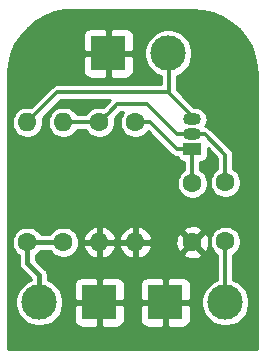
<source format=gbr>
G04 #@! TF.GenerationSoftware,KiCad,Pcbnew,(5.1.5)-3*
G04 #@! TF.CreationDate,2020-04-29T10:24:11+03:00*
G04 #@! TF.ProjectId,Single_transistor_AMP,53696e67-6c65-45f7-9472-616e73697374,V1.1*
G04 #@! TF.SameCoordinates,Original*
G04 #@! TF.FileFunction,Copper,L1,Top*
G04 #@! TF.FilePolarity,Positive*
%FSLAX46Y46*%
G04 Gerber Fmt 4.6, Leading zero omitted, Abs format (unit mm)*
G04 Created by KiCad (PCBNEW (5.1.5)-3) date 2020-04-29 10:24:11*
%MOMM*%
%LPD*%
G04 APERTURE LIST*
%ADD10C,1.600000*%
%ADD11R,3.000000X3.000000*%
%ADD12C,3.000000*%
%ADD13O,1.500000X1.050000*%
%ADD14R,1.500000X1.050000*%
%ADD15O,1.600000X1.600000*%
%ADD16C,0.300000*%
%ADD17C,0.400000*%
%ADD18C,0.254000*%
G04 APERTURE END LIST*
D10*
X159512000Y-114554000D03*
X159512000Y-119554000D03*
X156718000Y-119634000D03*
X156718000Y-114634000D03*
D11*
X148844000Y-124714000D03*
D12*
X143764000Y-124714000D03*
X154686000Y-103632000D03*
D11*
X149606000Y-103632000D03*
X154432000Y-124714000D03*
D12*
X159512000Y-124714000D03*
D13*
X156718000Y-110490000D03*
X156718000Y-109220000D03*
D14*
X156718000Y-111760000D03*
D10*
X142748000Y-119634000D03*
D15*
X142748000Y-109474000D03*
D10*
X145796000Y-119634000D03*
D15*
X145796000Y-109474000D03*
X148844000Y-119634000D03*
D10*
X148844000Y-109474000D03*
D15*
X151892000Y-119634000D03*
D10*
X151892000Y-109474000D03*
D16*
X159512000Y-112234000D02*
X159512000Y-113422630D01*
X156718000Y-110490000D02*
X157768000Y-110490000D01*
X157768000Y-110490000D02*
X159512000Y-112234000D01*
X159512000Y-113422630D02*
X159512000Y-114554000D01*
X145796000Y-109474000D02*
X148844000Y-109474000D01*
X149643999Y-108674001D02*
X150368000Y-107950000D01*
X148844000Y-109474000D02*
X149643999Y-108674001D01*
X152654000Y-107950000D02*
X150368000Y-107950000D01*
X155448000Y-110490000D02*
X152908000Y-107950000D01*
X156718000Y-110490000D02*
X155448000Y-110490000D01*
X152908000Y-107950000D02*
X152654000Y-107950000D01*
X159512000Y-124714000D02*
X159512000Y-119507000D01*
X156718000Y-111760000D02*
X156718000Y-114808000D01*
X155448000Y-111760000D02*
X153162000Y-109474000D01*
X156718000Y-111760000D02*
X155448000Y-111760000D01*
X151892000Y-109474000D02*
X153162000Y-109474000D01*
D17*
X143764000Y-124766000D02*
X143764000Y-124714000D01*
X142748000Y-119634000D02*
X145796000Y-119634000D01*
X143764000Y-124714000D02*
X143764000Y-122592680D01*
X143764000Y-122592680D02*
X143764000Y-122428000D01*
X143764000Y-122428000D02*
X142748000Y-121412000D01*
X142748000Y-121412000D02*
X142748000Y-119634000D01*
D16*
X142748000Y-109474000D02*
X145288000Y-106934000D01*
X154698000Y-106922000D02*
X154686000Y-106934000D01*
X154698000Y-103766000D02*
X154698000Y-106922000D01*
X145288000Y-106934000D02*
X154686000Y-106934000D01*
X154686000Y-106934000D02*
X155448000Y-107696000D01*
X155448000Y-107696000D02*
X155956000Y-108204000D01*
X155956000Y-108204000D02*
X156464000Y-108712000D01*
X156464000Y-108712000D02*
X156718000Y-108966000D01*
D18*
G36*
X157592065Y-100013351D02*
G01*
X158443642Y-100222519D01*
X159250828Y-100565149D01*
X159992848Y-101032424D01*
X160650611Y-101612321D01*
X161207204Y-102289927D01*
X161648293Y-103047794D01*
X161962544Y-103866446D01*
X162142990Y-104730193D01*
X162187001Y-105429724D01*
X162187000Y-128659000D01*
X141089000Y-128659000D01*
X141089000Y-119503302D01*
X141421000Y-119503302D01*
X141421000Y-119764698D01*
X141471996Y-120021072D01*
X141572028Y-120262570D01*
X141717252Y-120479913D01*
X141902087Y-120664748D01*
X142021000Y-120744203D01*
X142021000Y-121376292D01*
X142017483Y-121412000D01*
X142021000Y-121447707D01*
X142031520Y-121554516D01*
X142073090Y-121691556D01*
X142140597Y-121817852D01*
X142231446Y-121928553D01*
X142259189Y-121951321D01*
X143037001Y-122729134D01*
X143037001Y-122821124D01*
X142803855Y-122917696D01*
X142471863Y-123139526D01*
X142189526Y-123421863D01*
X141967696Y-123753855D01*
X141814896Y-124122746D01*
X141737000Y-124514358D01*
X141737000Y-124913642D01*
X141814896Y-125305254D01*
X141967696Y-125674145D01*
X142189526Y-126006137D01*
X142471863Y-126288474D01*
X142803855Y-126510304D01*
X143172746Y-126663104D01*
X143564358Y-126741000D01*
X143963642Y-126741000D01*
X144355254Y-126663104D01*
X144724145Y-126510304D01*
X145056137Y-126288474D01*
X145130611Y-126214000D01*
X146705928Y-126214000D01*
X146718188Y-126338482D01*
X146754498Y-126458180D01*
X146813463Y-126568494D01*
X146892815Y-126665185D01*
X146989506Y-126744537D01*
X147099820Y-126803502D01*
X147219518Y-126839812D01*
X147344000Y-126852072D01*
X148558250Y-126849000D01*
X148717000Y-126690250D01*
X148717000Y-124841000D01*
X148971000Y-124841000D01*
X148971000Y-126690250D01*
X149129750Y-126849000D01*
X150344000Y-126852072D01*
X150468482Y-126839812D01*
X150588180Y-126803502D01*
X150698494Y-126744537D01*
X150795185Y-126665185D01*
X150874537Y-126568494D01*
X150933502Y-126458180D01*
X150969812Y-126338482D01*
X150982072Y-126214000D01*
X152293928Y-126214000D01*
X152306188Y-126338482D01*
X152342498Y-126458180D01*
X152401463Y-126568494D01*
X152480815Y-126665185D01*
X152577506Y-126744537D01*
X152687820Y-126803502D01*
X152807518Y-126839812D01*
X152932000Y-126852072D01*
X154146250Y-126849000D01*
X154305000Y-126690250D01*
X154305000Y-124841000D01*
X154559000Y-124841000D01*
X154559000Y-126690250D01*
X154717750Y-126849000D01*
X155932000Y-126852072D01*
X156056482Y-126839812D01*
X156176180Y-126803502D01*
X156286494Y-126744537D01*
X156383185Y-126665185D01*
X156462537Y-126568494D01*
X156521502Y-126458180D01*
X156557812Y-126338482D01*
X156570072Y-126214000D01*
X156567000Y-124999750D01*
X156408250Y-124841000D01*
X154559000Y-124841000D01*
X154305000Y-124841000D01*
X152455750Y-124841000D01*
X152297000Y-124999750D01*
X152293928Y-126214000D01*
X150982072Y-126214000D01*
X150979000Y-124999750D01*
X150820250Y-124841000D01*
X148971000Y-124841000D01*
X148717000Y-124841000D01*
X146867750Y-124841000D01*
X146709000Y-124999750D01*
X146705928Y-126214000D01*
X145130611Y-126214000D01*
X145338474Y-126006137D01*
X145560304Y-125674145D01*
X145713104Y-125305254D01*
X145791000Y-124913642D01*
X145791000Y-124514358D01*
X145713104Y-124122746D01*
X145560304Y-123753855D01*
X145338474Y-123421863D01*
X145130611Y-123214000D01*
X146705928Y-123214000D01*
X146709000Y-124428250D01*
X146867750Y-124587000D01*
X148717000Y-124587000D01*
X148717000Y-122737750D01*
X148971000Y-122737750D01*
X148971000Y-124587000D01*
X150820250Y-124587000D01*
X150979000Y-124428250D01*
X150982072Y-123214000D01*
X152293928Y-123214000D01*
X152297000Y-124428250D01*
X152455750Y-124587000D01*
X154305000Y-124587000D01*
X154305000Y-122737750D01*
X154559000Y-122737750D01*
X154559000Y-124587000D01*
X156408250Y-124587000D01*
X156480892Y-124514358D01*
X157485000Y-124514358D01*
X157485000Y-124913642D01*
X157562896Y-125305254D01*
X157715696Y-125674145D01*
X157937526Y-126006137D01*
X158219863Y-126288474D01*
X158551855Y-126510304D01*
X158920746Y-126663104D01*
X159312358Y-126741000D01*
X159711642Y-126741000D01*
X160103254Y-126663104D01*
X160472145Y-126510304D01*
X160804137Y-126288474D01*
X161086474Y-126006137D01*
X161308304Y-125674145D01*
X161461104Y-125305254D01*
X161539000Y-124913642D01*
X161539000Y-124514358D01*
X161461104Y-124122746D01*
X161308304Y-123753855D01*
X161086474Y-123421863D01*
X160804137Y-123139526D01*
X160472145Y-122917696D01*
X160189000Y-122800413D01*
X160189000Y-120697612D01*
X160357913Y-120584748D01*
X160542748Y-120399913D01*
X160687972Y-120182570D01*
X160788004Y-119941072D01*
X160839000Y-119684698D01*
X160839000Y-119423302D01*
X160788004Y-119166928D01*
X160687972Y-118925430D01*
X160542748Y-118708087D01*
X160357913Y-118523252D01*
X160140570Y-118378028D01*
X159899072Y-118277996D01*
X159642698Y-118227000D01*
X159381302Y-118227000D01*
X159124928Y-118277996D01*
X158883430Y-118378028D01*
X158666087Y-118523252D01*
X158481252Y-118708087D01*
X158336028Y-118925430D01*
X158235996Y-119166928D01*
X158185000Y-119423302D01*
X158185000Y-119684698D01*
X158235996Y-119941072D01*
X158336028Y-120182570D01*
X158481252Y-120399913D01*
X158666087Y-120584748D01*
X158835001Y-120697613D01*
X158835000Y-122800413D01*
X158551855Y-122917696D01*
X158219863Y-123139526D01*
X157937526Y-123421863D01*
X157715696Y-123753855D01*
X157562896Y-124122746D01*
X157485000Y-124514358D01*
X156480892Y-124514358D01*
X156567000Y-124428250D01*
X156570072Y-123214000D01*
X156557812Y-123089518D01*
X156521502Y-122969820D01*
X156462537Y-122859506D01*
X156383185Y-122762815D01*
X156286494Y-122683463D01*
X156176180Y-122624498D01*
X156056482Y-122588188D01*
X155932000Y-122575928D01*
X154717750Y-122579000D01*
X154559000Y-122737750D01*
X154305000Y-122737750D01*
X154146250Y-122579000D01*
X152932000Y-122575928D01*
X152807518Y-122588188D01*
X152687820Y-122624498D01*
X152577506Y-122683463D01*
X152480815Y-122762815D01*
X152401463Y-122859506D01*
X152342498Y-122969820D01*
X152306188Y-123089518D01*
X152293928Y-123214000D01*
X150982072Y-123214000D01*
X150969812Y-123089518D01*
X150933502Y-122969820D01*
X150874537Y-122859506D01*
X150795185Y-122762815D01*
X150698494Y-122683463D01*
X150588180Y-122624498D01*
X150468482Y-122588188D01*
X150344000Y-122575928D01*
X149129750Y-122579000D01*
X148971000Y-122737750D01*
X148717000Y-122737750D01*
X148558250Y-122579000D01*
X147344000Y-122575928D01*
X147219518Y-122588188D01*
X147099820Y-122624498D01*
X146989506Y-122683463D01*
X146892815Y-122762815D01*
X146813463Y-122859506D01*
X146754498Y-122969820D01*
X146718188Y-123089518D01*
X146705928Y-123214000D01*
X145130611Y-123214000D01*
X145056137Y-123139526D01*
X144724145Y-122917696D01*
X144491000Y-122821124D01*
X144491000Y-122463708D01*
X144494517Y-122428000D01*
X144480480Y-122285482D01*
X144438910Y-122148443D01*
X144371402Y-122022146D01*
X144303316Y-121939182D01*
X144280554Y-121911446D01*
X144252817Y-121888683D01*
X143475000Y-121110868D01*
X143475000Y-120744203D01*
X143593913Y-120664748D01*
X143778748Y-120479913D01*
X143858203Y-120361000D01*
X144685797Y-120361000D01*
X144765252Y-120479913D01*
X144950087Y-120664748D01*
X145167430Y-120809972D01*
X145408928Y-120910004D01*
X145665302Y-120961000D01*
X145926698Y-120961000D01*
X146183072Y-120910004D01*
X146424570Y-120809972D01*
X146641913Y-120664748D01*
X146826748Y-120479913D01*
X146971972Y-120262570D01*
X147072004Y-120021072D01*
X147079569Y-119983040D01*
X147452091Y-119983040D01*
X147546930Y-120247881D01*
X147691615Y-120489131D01*
X147880586Y-120697519D01*
X148106580Y-120865037D01*
X148360913Y-120985246D01*
X148494961Y-121025904D01*
X148717000Y-120903915D01*
X148717000Y-119761000D01*
X148971000Y-119761000D01*
X148971000Y-120903915D01*
X149193039Y-121025904D01*
X149327087Y-120985246D01*
X149581420Y-120865037D01*
X149807414Y-120697519D01*
X149996385Y-120489131D01*
X150141070Y-120247881D01*
X150235909Y-119983040D01*
X150500091Y-119983040D01*
X150594930Y-120247881D01*
X150739615Y-120489131D01*
X150928586Y-120697519D01*
X151154580Y-120865037D01*
X151408913Y-120985246D01*
X151542961Y-121025904D01*
X151765000Y-120903915D01*
X151765000Y-119761000D01*
X152019000Y-119761000D01*
X152019000Y-120903915D01*
X152241039Y-121025904D01*
X152375087Y-120985246D01*
X152629420Y-120865037D01*
X152855414Y-120697519D01*
X152919632Y-120626702D01*
X155904903Y-120626702D01*
X155976486Y-120870671D01*
X156231996Y-120991571D01*
X156506184Y-121060300D01*
X156788512Y-121074217D01*
X157068130Y-121032787D01*
X157334292Y-120937603D01*
X157459514Y-120870671D01*
X157531097Y-120626702D01*
X156718000Y-119813605D01*
X155904903Y-120626702D01*
X152919632Y-120626702D01*
X153044385Y-120489131D01*
X153189070Y-120247881D01*
X153283909Y-119983040D01*
X153162624Y-119761000D01*
X152019000Y-119761000D01*
X151765000Y-119761000D01*
X150621376Y-119761000D01*
X150500091Y-119983040D01*
X150235909Y-119983040D01*
X150114624Y-119761000D01*
X148971000Y-119761000D01*
X148717000Y-119761000D01*
X147573376Y-119761000D01*
X147452091Y-119983040D01*
X147079569Y-119983040D01*
X147123000Y-119764698D01*
X147123000Y-119704512D01*
X155277783Y-119704512D01*
X155319213Y-119984130D01*
X155414397Y-120250292D01*
X155481329Y-120375514D01*
X155725298Y-120447097D01*
X156538395Y-119634000D01*
X156897605Y-119634000D01*
X157710702Y-120447097D01*
X157954671Y-120375514D01*
X158075571Y-120120004D01*
X158144300Y-119845816D01*
X158158217Y-119563488D01*
X158116787Y-119283870D01*
X158021603Y-119017708D01*
X157954671Y-118892486D01*
X157710702Y-118820903D01*
X156897605Y-119634000D01*
X156538395Y-119634000D01*
X155725298Y-118820903D01*
X155481329Y-118892486D01*
X155360429Y-119147996D01*
X155291700Y-119422184D01*
X155277783Y-119704512D01*
X147123000Y-119704512D01*
X147123000Y-119503302D01*
X147079570Y-119284960D01*
X147452091Y-119284960D01*
X147573376Y-119507000D01*
X148717000Y-119507000D01*
X148717000Y-118364085D01*
X148971000Y-118364085D01*
X148971000Y-119507000D01*
X150114624Y-119507000D01*
X150235909Y-119284960D01*
X150500091Y-119284960D01*
X150621376Y-119507000D01*
X151765000Y-119507000D01*
X151765000Y-118364085D01*
X152019000Y-118364085D01*
X152019000Y-119507000D01*
X153162624Y-119507000D01*
X153283909Y-119284960D01*
X153189070Y-119020119D01*
X153044385Y-118778869D01*
X152919633Y-118641298D01*
X155904903Y-118641298D01*
X156718000Y-119454395D01*
X157531097Y-118641298D01*
X157459514Y-118397329D01*
X157204004Y-118276429D01*
X156929816Y-118207700D01*
X156647488Y-118193783D01*
X156367870Y-118235213D01*
X156101708Y-118330397D01*
X155976486Y-118397329D01*
X155904903Y-118641298D01*
X152919633Y-118641298D01*
X152855414Y-118570481D01*
X152629420Y-118402963D01*
X152375087Y-118282754D01*
X152241039Y-118242096D01*
X152019000Y-118364085D01*
X151765000Y-118364085D01*
X151542961Y-118242096D01*
X151408913Y-118282754D01*
X151154580Y-118402963D01*
X150928586Y-118570481D01*
X150739615Y-118778869D01*
X150594930Y-119020119D01*
X150500091Y-119284960D01*
X150235909Y-119284960D01*
X150141070Y-119020119D01*
X149996385Y-118778869D01*
X149807414Y-118570481D01*
X149581420Y-118402963D01*
X149327087Y-118282754D01*
X149193039Y-118242096D01*
X148971000Y-118364085D01*
X148717000Y-118364085D01*
X148494961Y-118242096D01*
X148360913Y-118282754D01*
X148106580Y-118402963D01*
X147880586Y-118570481D01*
X147691615Y-118778869D01*
X147546930Y-119020119D01*
X147452091Y-119284960D01*
X147079570Y-119284960D01*
X147072004Y-119246928D01*
X146971972Y-119005430D01*
X146826748Y-118788087D01*
X146641913Y-118603252D01*
X146424570Y-118458028D01*
X146183072Y-118357996D01*
X145926698Y-118307000D01*
X145665302Y-118307000D01*
X145408928Y-118357996D01*
X145167430Y-118458028D01*
X144950087Y-118603252D01*
X144765252Y-118788087D01*
X144685797Y-118907000D01*
X143858203Y-118907000D01*
X143778748Y-118788087D01*
X143593913Y-118603252D01*
X143376570Y-118458028D01*
X143135072Y-118357996D01*
X142878698Y-118307000D01*
X142617302Y-118307000D01*
X142360928Y-118357996D01*
X142119430Y-118458028D01*
X141902087Y-118603252D01*
X141717252Y-118788087D01*
X141572028Y-119005430D01*
X141471996Y-119246928D01*
X141421000Y-119503302D01*
X141089000Y-119503302D01*
X141089000Y-109343302D01*
X141421000Y-109343302D01*
X141421000Y-109604698D01*
X141471996Y-109861072D01*
X141572028Y-110102570D01*
X141717252Y-110319913D01*
X141902087Y-110504748D01*
X142119430Y-110649972D01*
X142360928Y-110750004D01*
X142617302Y-110801000D01*
X142878698Y-110801000D01*
X143135072Y-110750004D01*
X143376570Y-110649972D01*
X143593913Y-110504748D01*
X143778748Y-110319913D01*
X143923972Y-110102570D01*
X144024004Y-109861072D01*
X144075000Y-109604698D01*
X144075000Y-109343302D01*
X144035367Y-109144055D01*
X145568422Y-107611000D01*
X149749578Y-107611000D01*
X149173945Y-108186633D01*
X148974698Y-108147000D01*
X148713302Y-108147000D01*
X148456928Y-108197996D01*
X148215430Y-108298028D01*
X147998087Y-108443252D01*
X147813252Y-108628087D01*
X147700388Y-108797000D01*
X146939612Y-108797000D01*
X146826748Y-108628087D01*
X146641913Y-108443252D01*
X146424570Y-108298028D01*
X146183072Y-108197996D01*
X145926698Y-108147000D01*
X145665302Y-108147000D01*
X145408928Y-108197996D01*
X145167430Y-108298028D01*
X144950087Y-108443252D01*
X144765252Y-108628087D01*
X144620028Y-108845430D01*
X144519996Y-109086928D01*
X144469000Y-109343302D01*
X144469000Y-109604698D01*
X144519996Y-109861072D01*
X144620028Y-110102570D01*
X144765252Y-110319913D01*
X144950087Y-110504748D01*
X145167430Y-110649972D01*
X145408928Y-110750004D01*
X145665302Y-110801000D01*
X145926698Y-110801000D01*
X146183072Y-110750004D01*
X146424570Y-110649972D01*
X146641913Y-110504748D01*
X146826748Y-110319913D01*
X146939612Y-110151000D01*
X147700388Y-110151000D01*
X147813252Y-110319913D01*
X147998087Y-110504748D01*
X148215430Y-110649972D01*
X148456928Y-110750004D01*
X148713302Y-110801000D01*
X148974698Y-110801000D01*
X149231072Y-110750004D01*
X149472570Y-110649972D01*
X149689913Y-110504748D01*
X149874748Y-110319913D01*
X150019972Y-110102570D01*
X150120004Y-109861072D01*
X150171000Y-109604698D01*
X150171000Y-109343302D01*
X150131367Y-109144055D01*
X150648422Y-108627000D01*
X150862339Y-108627000D01*
X150861252Y-108628087D01*
X150716028Y-108845430D01*
X150615996Y-109086928D01*
X150565000Y-109343302D01*
X150565000Y-109604698D01*
X150615996Y-109861072D01*
X150716028Y-110102570D01*
X150861252Y-110319913D01*
X151046087Y-110504748D01*
X151263430Y-110649972D01*
X151504928Y-110750004D01*
X151761302Y-110801000D01*
X152022698Y-110801000D01*
X152279072Y-110750004D01*
X152520570Y-110649972D01*
X152737913Y-110504748D01*
X152922748Y-110319913D01*
X152973915Y-110243337D01*
X154945774Y-112215196D01*
X154966973Y-112241027D01*
X155070059Y-112325628D01*
X155187670Y-112388492D01*
X155315285Y-112427204D01*
X155414748Y-112437000D01*
X155414757Y-112437000D01*
X155447999Y-112440274D01*
X155463914Y-112438707D01*
X155478761Y-112487650D01*
X155527696Y-112579202D01*
X155593552Y-112659448D01*
X155673798Y-112725304D01*
X155765350Y-112774239D01*
X155864690Y-112804374D01*
X155968000Y-112814549D01*
X156041000Y-112814549D01*
X156041001Y-113490388D01*
X155872087Y-113603252D01*
X155687252Y-113788087D01*
X155542028Y-114005430D01*
X155441996Y-114246928D01*
X155391000Y-114503302D01*
X155391000Y-114764698D01*
X155441996Y-115021072D01*
X155542028Y-115262570D01*
X155687252Y-115479913D01*
X155872087Y-115664748D01*
X156089430Y-115809972D01*
X156330928Y-115910004D01*
X156587302Y-115961000D01*
X156848698Y-115961000D01*
X157105072Y-115910004D01*
X157346570Y-115809972D01*
X157563913Y-115664748D01*
X157748748Y-115479913D01*
X157893972Y-115262570D01*
X157994004Y-115021072D01*
X158045000Y-114764698D01*
X158045000Y-114503302D01*
X157994004Y-114246928D01*
X157893972Y-114005430D01*
X157748748Y-113788087D01*
X157563913Y-113603252D01*
X157395000Y-113490388D01*
X157395000Y-112814549D01*
X157468000Y-112814549D01*
X157571310Y-112804374D01*
X157670650Y-112774239D01*
X157762202Y-112725304D01*
X157842448Y-112659448D01*
X157908304Y-112579202D01*
X157957239Y-112487650D01*
X157987374Y-112388310D01*
X157997549Y-112285000D01*
X157997549Y-111676971D01*
X158835000Y-112514422D01*
X158835001Y-113389369D01*
X158835000Y-113389379D01*
X158835000Y-113410388D01*
X158666087Y-113523252D01*
X158481252Y-113708087D01*
X158336028Y-113925430D01*
X158235996Y-114166928D01*
X158185000Y-114423302D01*
X158185000Y-114684698D01*
X158235996Y-114941072D01*
X158336028Y-115182570D01*
X158481252Y-115399913D01*
X158666087Y-115584748D01*
X158883430Y-115729972D01*
X159124928Y-115830004D01*
X159381302Y-115881000D01*
X159642698Y-115881000D01*
X159899072Y-115830004D01*
X160140570Y-115729972D01*
X160357913Y-115584748D01*
X160542748Y-115399913D01*
X160687972Y-115182570D01*
X160788004Y-114941072D01*
X160839000Y-114684698D01*
X160839000Y-114423302D01*
X160788004Y-114166928D01*
X160687972Y-113925430D01*
X160542748Y-113708087D01*
X160357913Y-113523252D01*
X160189000Y-113410388D01*
X160189000Y-112267241D01*
X160192274Y-112233999D01*
X160189000Y-112200757D01*
X160189000Y-112200748D01*
X160179204Y-112101285D01*
X160140492Y-111973670D01*
X160077628Y-111856059D01*
X159993026Y-111752973D01*
X159967200Y-111731778D01*
X158270226Y-110034804D01*
X158249027Y-110008973D01*
X158145941Y-109924372D01*
X158028330Y-109861508D01*
X157900715Y-109822796D01*
X157816054Y-109814458D01*
X157821938Y-109807288D01*
X157919624Y-109624531D01*
X157979778Y-109426228D01*
X158000090Y-109220000D01*
X157979778Y-109013772D01*
X157919624Y-108815469D01*
X157821938Y-108632712D01*
X157690476Y-108472524D01*
X157530288Y-108341062D01*
X157347531Y-108243376D01*
X157149228Y-108183222D01*
X156994679Y-108168000D01*
X156877422Y-108168000D01*
X155950229Y-107240807D01*
X155950224Y-107240801D01*
X155375000Y-106665578D01*
X155375000Y-105540616D01*
X155646145Y-105428304D01*
X155978137Y-105206474D01*
X156260474Y-104924137D01*
X156482304Y-104592145D01*
X156635104Y-104223254D01*
X156713000Y-103831642D01*
X156713000Y-103432358D01*
X156635104Y-103040746D01*
X156482304Y-102671855D01*
X156260474Y-102339863D01*
X155978137Y-102057526D01*
X155646145Y-101835696D01*
X155277254Y-101682896D01*
X154885642Y-101605000D01*
X154486358Y-101605000D01*
X154094746Y-101682896D01*
X153725855Y-101835696D01*
X153393863Y-102057526D01*
X153111526Y-102339863D01*
X152889696Y-102671855D01*
X152736896Y-103040746D01*
X152659000Y-103432358D01*
X152659000Y-103831642D01*
X152736896Y-104223254D01*
X152889696Y-104592145D01*
X153111526Y-104924137D01*
X153393863Y-105206474D01*
X153725855Y-105428304D01*
X154021001Y-105550558D01*
X154021001Y-106257000D01*
X145321241Y-106257000D01*
X145287999Y-106253726D01*
X145254757Y-106257000D01*
X145254748Y-106257000D01*
X145155285Y-106266796D01*
X145027670Y-106305508D01*
X144910059Y-106368372D01*
X144806973Y-106452973D01*
X144785776Y-106478802D01*
X143077945Y-108186633D01*
X142878698Y-108147000D01*
X142617302Y-108147000D01*
X142360928Y-108197996D01*
X142119430Y-108298028D01*
X141902087Y-108443252D01*
X141717252Y-108628087D01*
X141572028Y-108845430D01*
X141471996Y-109086928D01*
X141421000Y-109343302D01*
X141089000Y-109343302D01*
X141089000Y-105435179D01*
X141113393Y-105132000D01*
X147467928Y-105132000D01*
X147480188Y-105256482D01*
X147516498Y-105376180D01*
X147575463Y-105486494D01*
X147654815Y-105583185D01*
X147751506Y-105662537D01*
X147861820Y-105721502D01*
X147981518Y-105757812D01*
X148106000Y-105770072D01*
X149320250Y-105767000D01*
X149479000Y-105608250D01*
X149479000Y-103759000D01*
X149733000Y-103759000D01*
X149733000Y-105608250D01*
X149891750Y-105767000D01*
X151106000Y-105770072D01*
X151230482Y-105757812D01*
X151350180Y-105721502D01*
X151460494Y-105662537D01*
X151557185Y-105583185D01*
X151636537Y-105486494D01*
X151695502Y-105376180D01*
X151731812Y-105256482D01*
X151744072Y-105132000D01*
X151741000Y-103917750D01*
X151582250Y-103759000D01*
X149733000Y-103759000D01*
X149479000Y-103759000D01*
X147629750Y-103759000D01*
X147471000Y-103917750D01*
X147467928Y-105132000D01*
X141113393Y-105132000D01*
X141161351Y-104535935D01*
X141370519Y-103684358D01*
X141713149Y-102877172D01*
X142180424Y-102135152D01*
X142183202Y-102132000D01*
X147467928Y-102132000D01*
X147471000Y-103346250D01*
X147629750Y-103505000D01*
X149479000Y-103505000D01*
X149479000Y-101655750D01*
X149733000Y-101655750D01*
X149733000Y-103505000D01*
X151582250Y-103505000D01*
X151741000Y-103346250D01*
X151744072Y-102132000D01*
X151731812Y-102007518D01*
X151695502Y-101887820D01*
X151636537Y-101777506D01*
X151557185Y-101680815D01*
X151460494Y-101601463D01*
X151350180Y-101542498D01*
X151230482Y-101506188D01*
X151106000Y-101493928D01*
X149891750Y-101497000D01*
X149733000Y-101655750D01*
X149479000Y-101655750D01*
X149320250Y-101497000D01*
X148106000Y-101493928D01*
X147981518Y-101506188D01*
X147861820Y-101542498D01*
X147751506Y-101601463D01*
X147654815Y-101680815D01*
X147575463Y-101777506D01*
X147516498Y-101887820D01*
X147480188Y-102007518D01*
X147467928Y-102132000D01*
X142183202Y-102132000D01*
X142760321Y-101477389D01*
X143437927Y-100920796D01*
X144195794Y-100479707D01*
X145014446Y-100165456D01*
X145878193Y-99985010D01*
X146577709Y-99941000D01*
X156692821Y-99941000D01*
X157592065Y-100013351D01*
G37*
X157592065Y-100013351D02*
X158443642Y-100222519D01*
X159250828Y-100565149D01*
X159992848Y-101032424D01*
X160650611Y-101612321D01*
X161207204Y-102289927D01*
X161648293Y-103047794D01*
X161962544Y-103866446D01*
X162142990Y-104730193D01*
X162187001Y-105429724D01*
X162187000Y-128659000D01*
X141089000Y-128659000D01*
X141089000Y-119503302D01*
X141421000Y-119503302D01*
X141421000Y-119764698D01*
X141471996Y-120021072D01*
X141572028Y-120262570D01*
X141717252Y-120479913D01*
X141902087Y-120664748D01*
X142021000Y-120744203D01*
X142021000Y-121376292D01*
X142017483Y-121412000D01*
X142021000Y-121447707D01*
X142031520Y-121554516D01*
X142073090Y-121691556D01*
X142140597Y-121817852D01*
X142231446Y-121928553D01*
X142259189Y-121951321D01*
X143037001Y-122729134D01*
X143037001Y-122821124D01*
X142803855Y-122917696D01*
X142471863Y-123139526D01*
X142189526Y-123421863D01*
X141967696Y-123753855D01*
X141814896Y-124122746D01*
X141737000Y-124514358D01*
X141737000Y-124913642D01*
X141814896Y-125305254D01*
X141967696Y-125674145D01*
X142189526Y-126006137D01*
X142471863Y-126288474D01*
X142803855Y-126510304D01*
X143172746Y-126663104D01*
X143564358Y-126741000D01*
X143963642Y-126741000D01*
X144355254Y-126663104D01*
X144724145Y-126510304D01*
X145056137Y-126288474D01*
X145130611Y-126214000D01*
X146705928Y-126214000D01*
X146718188Y-126338482D01*
X146754498Y-126458180D01*
X146813463Y-126568494D01*
X146892815Y-126665185D01*
X146989506Y-126744537D01*
X147099820Y-126803502D01*
X147219518Y-126839812D01*
X147344000Y-126852072D01*
X148558250Y-126849000D01*
X148717000Y-126690250D01*
X148717000Y-124841000D01*
X148971000Y-124841000D01*
X148971000Y-126690250D01*
X149129750Y-126849000D01*
X150344000Y-126852072D01*
X150468482Y-126839812D01*
X150588180Y-126803502D01*
X150698494Y-126744537D01*
X150795185Y-126665185D01*
X150874537Y-126568494D01*
X150933502Y-126458180D01*
X150969812Y-126338482D01*
X150982072Y-126214000D01*
X152293928Y-126214000D01*
X152306188Y-126338482D01*
X152342498Y-126458180D01*
X152401463Y-126568494D01*
X152480815Y-126665185D01*
X152577506Y-126744537D01*
X152687820Y-126803502D01*
X152807518Y-126839812D01*
X152932000Y-126852072D01*
X154146250Y-126849000D01*
X154305000Y-126690250D01*
X154305000Y-124841000D01*
X154559000Y-124841000D01*
X154559000Y-126690250D01*
X154717750Y-126849000D01*
X155932000Y-126852072D01*
X156056482Y-126839812D01*
X156176180Y-126803502D01*
X156286494Y-126744537D01*
X156383185Y-126665185D01*
X156462537Y-126568494D01*
X156521502Y-126458180D01*
X156557812Y-126338482D01*
X156570072Y-126214000D01*
X156567000Y-124999750D01*
X156408250Y-124841000D01*
X154559000Y-124841000D01*
X154305000Y-124841000D01*
X152455750Y-124841000D01*
X152297000Y-124999750D01*
X152293928Y-126214000D01*
X150982072Y-126214000D01*
X150979000Y-124999750D01*
X150820250Y-124841000D01*
X148971000Y-124841000D01*
X148717000Y-124841000D01*
X146867750Y-124841000D01*
X146709000Y-124999750D01*
X146705928Y-126214000D01*
X145130611Y-126214000D01*
X145338474Y-126006137D01*
X145560304Y-125674145D01*
X145713104Y-125305254D01*
X145791000Y-124913642D01*
X145791000Y-124514358D01*
X145713104Y-124122746D01*
X145560304Y-123753855D01*
X145338474Y-123421863D01*
X145130611Y-123214000D01*
X146705928Y-123214000D01*
X146709000Y-124428250D01*
X146867750Y-124587000D01*
X148717000Y-124587000D01*
X148717000Y-122737750D01*
X148971000Y-122737750D01*
X148971000Y-124587000D01*
X150820250Y-124587000D01*
X150979000Y-124428250D01*
X150982072Y-123214000D01*
X152293928Y-123214000D01*
X152297000Y-124428250D01*
X152455750Y-124587000D01*
X154305000Y-124587000D01*
X154305000Y-122737750D01*
X154559000Y-122737750D01*
X154559000Y-124587000D01*
X156408250Y-124587000D01*
X156480892Y-124514358D01*
X157485000Y-124514358D01*
X157485000Y-124913642D01*
X157562896Y-125305254D01*
X157715696Y-125674145D01*
X157937526Y-126006137D01*
X158219863Y-126288474D01*
X158551855Y-126510304D01*
X158920746Y-126663104D01*
X159312358Y-126741000D01*
X159711642Y-126741000D01*
X160103254Y-126663104D01*
X160472145Y-126510304D01*
X160804137Y-126288474D01*
X161086474Y-126006137D01*
X161308304Y-125674145D01*
X161461104Y-125305254D01*
X161539000Y-124913642D01*
X161539000Y-124514358D01*
X161461104Y-124122746D01*
X161308304Y-123753855D01*
X161086474Y-123421863D01*
X160804137Y-123139526D01*
X160472145Y-122917696D01*
X160189000Y-122800413D01*
X160189000Y-120697612D01*
X160357913Y-120584748D01*
X160542748Y-120399913D01*
X160687972Y-120182570D01*
X160788004Y-119941072D01*
X160839000Y-119684698D01*
X160839000Y-119423302D01*
X160788004Y-119166928D01*
X160687972Y-118925430D01*
X160542748Y-118708087D01*
X160357913Y-118523252D01*
X160140570Y-118378028D01*
X159899072Y-118277996D01*
X159642698Y-118227000D01*
X159381302Y-118227000D01*
X159124928Y-118277996D01*
X158883430Y-118378028D01*
X158666087Y-118523252D01*
X158481252Y-118708087D01*
X158336028Y-118925430D01*
X158235996Y-119166928D01*
X158185000Y-119423302D01*
X158185000Y-119684698D01*
X158235996Y-119941072D01*
X158336028Y-120182570D01*
X158481252Y-120399913D01*
X158666087Y-120584748D01*
X158835001Y-120697613D01*
X158835000Y-122800413D01*
X158551855Y-122917696D01*
X158219863Y-123139526D01*
X157937526Y-123421863D01*
X157715696Y-123753855D01*
X157562896Y-124122746D01*
X157485000Y-124514358D01*
X156480892Y-124514358D01*
X156567000Y-124428250D01*
X156570072Y-123214000D01*
X156557812Y-123089518D01*
X156521502Y-122969820D01*
X156462537Y-122859506D01*
X156383185Y-122762815D01*
X156286494Y-122683463D01*
X156176180Y-122624498D01*
X156056482Y-122588188D01*
X155932000Y-122575928D01*
X154717750Y-122579000D01*
X154559000Y-122737750D01*
X154305000Y-122737750D01*
X154146250Y-122579000D01*
X152932000Y-122575928D01*
X152807518Y-122588188D01*
X152687820Y-122624498D01*
X152577506Y-122683463D01*
X152480815Y-122762815D01*
X152401463Y-122859506D01*
X152342498Y-122969820D01*
X152306188Y-123089518D01*
X152293928Y-123214000D01*
X150982072Y-123214000D01*
X150969812Y-123089518D01*
X150933502Y-122969820D01*
X150874537Y-122859506D01*
X150795185Y-122762815D01*
X150698494Y-122683463D01*
X150588180Y-122624498D01*
X150468482Y-122588188D01*
X150344000Y-122575928D01*
X149129750Y-122579000D01*
X148971000Y-122737750D01*
X148717000Y-122737750D01*
X148558250Y-122579000D01*
X147344000Y-122575928D01*
X147219518Y-122588188D01*
X147099820Y-122624498D01*
X146989506Y-122683463D01*
X146892815Y-122762815D01*
X146813463Y-122859506D01*
X146754498Y-122969820D01*
X146718188Y-123089518D01*
X146705928Y-123214000D01*
X145130611Y-123214000D01*
X145056137Y-123139526D01*
X144724145Y-122917696D01*
X144491000Y-122821124D01*
X144491000Y-122463708D01*
X144494517Y-122428000D01*
X144480480Y-122285482D01*
X144438910Y-122148443D01*
X144371402Y-122022146D01*
X144303316Y-121939182D01*
X144280554Y-121911446D01*
X144252817Y-121888683D01*
X143475000Y-121110868D01*
X143475000Y-120744203D01*
X143593913Y-120664748D01*
X143778748Y-120479913D01*
X143858203Y-120361000D01*
X144685797Y-120361000D01*
X144765252Y-120479913D01*
X144950087Y-120664748D01*
X145167430Y-120809972D01*
X145408928Y-120910004D01*
X145665302Y-120961000D01*
X145926698Y-120961000D01*
X146183072Y-120910004D01*
X146424570Y-120809972D01*
X146641913Y-120664748D01*
X146826748Y-120479913D01*
X146971972Y-120262570D01*
X147072004Y-120021072D01*
X147079569Y-119983040D01*
X147452091Y-119983040D01*
X147546930Y-120247881D01*
X147691615Y-120489131D01*
X147880586Y-120697519D01*
X148106580Y-120865037D01*
X148360913Y-120985246D01*
X148494961Y-121025904D01*
X148717000Y-120903915D01*
X148717000Y-119761000D01*
X148971000Y-119761000D01*
X148971000Y-120903915D01*
X149193039Y-121025904D01*
X149327087Y-120985246D01*
X149581420Y-120865037D01*
X149807414Y-120697519D01*
X149996385Y-120489131D01*
X150141070Y-120247881D01*
X150235909Y-119983040D01*
X150500091Y-119983040D01*
X150594930Y-120247881D01*
X150739615Y-120489131D01*
X150928586Y-120697519D01*
X151154580Y-120865037D01*
X151408913Y-120985246D01*
X151542961Y-121025904D01*
X151765000Y-120903915D01*
X151765000Y-119761000D01*
X152019000Y-119761000D01*
X152019000Y-120903915D01*
X152241039Y-121025904D01*
X152375087Y-120985246D01*
X152629420Y-120865037D01*
X152855414Y-120697519D01*
X152919632Y-120626702D01*
X155904903Y-120626702D01*
X155976486Y-120870671D01*
X156231996Y-120991571D01*
X156506184Y-121060300D01*
X156788512Y-121074217D01*
X157068130Y-121032787D01*
X157334292Y-120937603D01*
X157459514Y-120870671D01*
X157531097Y-120626702D01*
X156718000Y-119813605D01*
X155904903Y-120626702D01*
X152919632Y-120626702D01*
X153044385Y-120489131D01*
X153189070Y-120247881D01*
X153283909Y-119983040D01*
X153162624Y-119761000D01*
X152019000Y-119761000D01*
X151765000Y-119761000D01*
X150621376Y-119761000D01*
X150500091Y-119983040D01*
X150235909Y-119983040D01*
X150114624Y-119761000D01*
X148971000Y-119761000D01*
X148717000Y-119761000D01*
X147573376Y-119761000D01*
X147452091Y-119983040D01*
X147079569Y-119983040D01*
X147123000Y-119764698D01*
X147123000Y-119704512D01*
X155277783Y-119704512D01*
X155319213Y-119984130D01*
X155414397Y-120250292D01*
X155481329Y-120375514D01*
X155725298Y-120447097D01*
X156538395Y-119634000D01*
X156897605Y-119634000D01*
X157710702Y-120447097D01*
X157954671Y-120375514D01*
X158075571Y-120120004D01*
X158144300Y-119845816D01*
X158158217Y-119563488D01*
X158116787Y-119283870D01*
X158021603Y-119017708D01*
X157954671Y-118892486D01*
X157710702Y-118820903D01*
X156897605Y-119634000D01*
X156538395Y-119634000D01*
X155725298Y-118820903D01*
X155481329Y-118892486D01*
X155360429Y-119147996D01*
X155291700Y-119422184D01*
X155277783Y-119704512D01*
X147123000Y-119704512D01*
X147123000Y-119503302D01*
X147079570Y-119284960D01*
X147452091Y-119284960D01*
X147573376Y-119507000D01*
X148717000Y-119507000D01*
X148717000Y-118364085D01*
X148971000Y-118364085D01*
X148971000Y-119507000D01*
X150114624Y-119507000D01*
X150235909Y-119284960D01*
X150500091Y-119284960D01*
X150621376Y-119507000D01*
X151765000Y-119507000D01*
X151765000Y-118364085D01*
X152019000Y-118364085D01*
X152019000Y-119507000D01*
X153162624Y-119507000D01*
X153283909Y-119284960D01*
X153189070Y-119020119D01*
X153044385Y-118778869D01*
X152919633Y-118641298D01*
X155904903Y-118641298D01*
X156718000Y-119454395D01*
X157531097Y-118641298D01*
X157459514Y-118397329D01*
X157204004Y-118276429D01*
X156929816Y-118207700D01*
X156647488Y-118193783D01*
X156367870Y-118235213D01*
X156101708Y-118330397D01*
X155976486Y-118397329D01*
X155904903Y-118641298D01*
X152919633Y-118641298D01*
X152855414Y-118570481D01*
X152629420Y-118402963D01*
X152375087Y-118282754D01*
X152241039Y-118242096D01*
X152019000Y-118364085D01*
X151765000Y-118364085D01*
X151542961Y-118242096D01*
X151408913Y-118282754D01*
X151154580Y-118402963D01*
X150928586Y-118570481D01*
X150739615Y-118778869D01*
X150594930Y-119020119D01*
X150500091Y-119284960D01*
X150235909Y-119284960D01*
X150141070Y-119020119D01*
X149996385Y-118778869D01*
X149807414Y-118570481D01*
X149581420Y-118402963D01*
X149327087Y-118282754D01*
X149193039Y-118242096D01*
X148971000Y-118364085D01*
X148717000Y-118364085D01*
X148494961Y-118242096D01*
X148360913Y-118282754D01*
X148106580Y-118402963D01*
X147880586Y-118570481D01*
X147691615Y-118778869D01*
X147546930Y-119020119D01*
X147452091Y-119284960D01*
X147079570Y-119284960D01*
X147072004Y-119246928D01*
X146971972Y-119005430D01*
X146826748Y-118788087D01*
X146641913Y-118603252D01*
X146424570Y-118458028D01*
X146183072Y-118357996D01*
X145926698Y-118307000D01*
X145665302Y-118307000D01*
X145408928Y-118357996D01*
X145167430Y-118458028D01*
X144950087Y-118603252D01*
X144765252Y-118788087D01*
X144685797Y-118907000D01*
X143858203Y-118907000D01*
X143778748Y-118788087D01*
X143593913Y-118603252D01*
X143376570Y-118458028D01*
X143135072Y-118357996D01*
X142878698Y-118307000D01*
X142617302Y-118307000D01*
X142360928Y-118357996D01*
X142119430Y-118458028D01*
X141902087Y-118603252D01*
X141717252Y-118788087D01*
X141572028Y-119005430D01*
X141471996Y-119246928D01*
X141421000Y-119503302D01*
X141089000Y-119503302D01*
X141089000Y-109343302D01*
X141421000Y-109343302D01*
X141421000Y-109604698D01*
X141471996Y-109861072D01*
X141572028Y-110102570D01*
X141717252Y-110319913D01*
X141902087Y-110504748D01*
X142119430Y-110649972D01*
X142360928Y-110750004D01*
X142617302Y-110801000D01*
X142878698Y-110801000D01*
X143135072Y-110750004D01*
X143376570Y-110649972D01*
X143593913Y-110504748D01*
X143778748Y-110319913D01*
X143923972Y-110102570D01*
X144024004Y-109861072D01*
X144075000Y-109604698D01*
X144075000Y-109343302D01*
X144035367Y-109144055D01*
X145568422Y-107611000D01*
X149749578Y-107611000D01*
X149173945Y-108186633D01*
X148974698Y-108147000D01*
X148713302Y-108147000D01*
X148456928Y-108197996D01*
X148215430Y-108298028D01*
X147998087Y-108443252D01*
X147813252Y-108628087D01*
X147700388Y-108797000D01*
X146939612Y-108797000D01*
X146826748Y-108628087D01*
X146641913Y-108443252D01*
X146424570Y-108298028D01*
X146183072Y-108197996D01*
X145926698Y-108147000D01*
X145665302Y-108147000D01*
X145408928Y-108197996D01*
X145167430Y-108298028D01*
X144950087Y-108443252D01*
X144765252Y-108628087D01*
X144620028Y-108845430D01*
X144519996Y-109086928D01*
X144469000Y-109343302D01*
X144469000Y-109604698D01*
X144519996Y-109861072D01*
X144620028Y-110102570D01*
X144765252Y-110319913D01*
X144950087Y-110504748D01*
X145167430Y-110649972D01*
X145408928Y-110750004D01*
X145665302Y-110801000D01*
X145926698Y-110801000D01*
X146183072Y-110750004D01*
X146424570Y-110649972D01*
X146641913Y-110504748D01*
X146826748Y-110319913D01*
X146939612Y-110151000D01*
X147700388Y-110151000D01*
X147813252Y-110319913D01*
X147998087Y-110504748D01*
X148215430Y-110649972D01*
X148456928Y-110750004D01*
X148713302Y-110801000D01*
X148974698Y-110801000D01*
X149231072Y-110750004D01*
X149472570Y-110649972D01*
X149689913Y-110504748D01*
X149874748Y-110319913D01*
X150019972Y-110102570D01*
X150120004Y-109861072D01*
X150171000Y-109604698D01*
X150171000Y-109343302D01*
X150131367Y-109144055D01*
X150648422Y-108627000D01*
X150862339Y-108627000D01*
X150861252Y-108628087D01*
X150716028Y-108845430D01*
X150615996Y-109086928D01*
X150565000Y-109343302D01*
X150565000Y-109604698D01*
X150615996Y-109861072D01*
X150716028Y-110102570D01*
X150861252Y-110319913D01*
X151046087Y-110504748D01*
X151263430Y-110649972D01*
X151504928Y-110750004D01*
X151761302Y-110801000D01*
X152022698Y-110801000D01*
X152279072Y-110750004D01*
X152520570Y-110649972D01*
X152737913Y-110504748D01*
X152922748Y-110319913D01*
X152973915Y-110243337D01*
X154945774Y-112215196D01*
X154966973Y-112241027D01*
X155070059Y-112325628D01*
X155187670Y-112388492D01*
X155315285Y-112427204D01*
X155414748Y-112437000D01*
X155414757Y-112437000D01*
X155447999Y-112440274D01*
X155463914Y-112438707D01*
X155478761Y-112487650D01*
X155527696Y-112579202D01*
X155593552Y-112659448D01*
X155673798Y-112725304D01*
X155765350Y-112774239D01*
X155864690Y-112804374D01*
X155968000Y-112814549D01*
X156041000Y-112814549D01*
X156041001Y-113490388D01*
X155872087Y-113603252D01*
X155687252Y-113788087D01*
X155542028Y-114005430D01*
X155441996Y-114246928D01*
X155391000Y-114503302D01*
X155391000Y-114764698D01*
X155441996Y-115021072D01*
X155542028Y-115262570D01*
X155687252Y-115479913D01*
X155872087Y-115664748D01*
X156089430Y-115809972D01*
X156330928Y-115910004D01*
X156587302Y-115961000D01*
X156848698Y-115961000D01*
X157105072Y-115910004D01*
X157346570Y-115809972D01*
X157563913Y-115664748D01*
X157748748Y-115479913D01*
X157893972Y-115262570D01*
X157994004Y-115021072D01*
X158045000Y-114764698D01*
X158045000Y-114503302D01*
X157994004Y-114246928D01*
X157893972Y-114005430D01*
X157748748Y-113788087D01*
X157563913Y-113603252D01*
X157395000Y-113490388D01*
X157395000Y-112814549D01*
X157468000Y-112814549D01*
X157571310Y-112804374D01*
X157670650Y-112774239D01*
X157762202Y-112725304D01*
X157842448Y-112659448D01*
X157908304Y-112579202D01*
X157957239Y-112487650D01*
X157987374Y-112388310D01*
X157997549Y-112285000D01*
X157997549Y-111676971D01*
X158835000Y-112514422D01*
X158835001Y-113389369D01*
X158835000Y-113389379D01*
X158835000Y-113410388D01*
X158666087Y-113523252D01*
X158481252Y-113708087D01*
X158336028Y-113925430D01*
X158235996Y-114166928D01*
X158185000Y-114423302D01*
X158185000Y-114684698D01*
X158235996Y-114941072D01*
X158336028Y-115182570D01*
X158481252Y-115399913D01*
X158666087Y-115584748D01*
X158883430Y-115729972D01*
X159124928Y-115830004D01*
X159381302Y-115881000D01*
X159642698Y-115881000D01*
X159899072Y-115830004D01*
X160140570Y-115729972D01*
X160357913Y-115584748D01*
X160542748Y-115399913D01*
X160687972Y-115182570D01*
X160788004Y-114941072D01*
X160839000Y-114684698D01*
X160839000Y-114423302D01*
X160788004Y-114166928D01*
X160687972Y-113925430D01*
X160542748Y-113708087D01*
X160357913Y-113523252D01*
X160189000Y-113410388D01*
X160189000Y-112267241D01*
X160192274Y-112233999D01*
X160189000Y-112200757D01*
X160189000Y-112200748D01*
X160179204Y-112101285D01*
X160140492Y-111973670D01*
X160077628Y-111856059D01*
X159993026Y-111752973D01*
X159967200Y-111731778D01*
X158270226Y-110034804D01*
X158249027Y-110008973D01*
X158145941Y-109924372D01*
X158028330Y-109861508D01*
X157900715Y-109822796D01*
X157816054Y-109814458D01*
X157821938Y-109807288D01*
X157919624Y-109624531D01*
X157979778Y-109426228D01*
X158000090Y-109220000D01*
X157979778Y-109013772D01*
X157919624Y-108815469D01*
X157821938Y-108632712D01*
X157690476Y-108472524D01*
X157530288Y-108341062D01*
X157347531Y-108243376D01*
X157149228Y-108183222D01*
X156994679Y-108168000D01*
X156877422Y-108168000D01*
X155950229Y-107240807D01*
X155950224Y-107240801D01*
X155375000Y-106665578D01*
X155375000Y-105540616D01*
X155646145Y-105428304D01*
X155978137Y-105206474D01*
X156260474Y-104924137D01*
X156482304Y-104592145D01*
X156635104Y-104223254D01*
X156713000Y-103831642D01*
X156713000Y-103432358D01*
X156635104Y-103040746D01*
X156482304Y-102671855D01*
X156260474Y-102339863D01*
X155978137Y-102057526D01*
X155646145Y-101835696D01*
X155277254Y-101682896D01*
X154885642Y-101605000D01*
X154486358Y-101605000D01*
X154094746Y-101682896D01*
X153725855Y-101835696D01*
X153393863Y-102057526D01*
X153111526Y-102339863D01*
X152889696Y-102671855D01*
X152736896Y-103040746D01*
X152659000Y-103432358D01*
X152659000Y-103831642D01*
X152736896Y-104223254D01*
X152889696Y-104592145D01*
X153111526Y-104924137D01*
X153393863Y-105206474D01*
X153725855Y-105428304D01*
X154021001Y-105550558D01*
X154021001Y-106257000D01*
X145321241Y-106257000D01*
X145287999Y-106253726D01*
X145254757Y-106257000D01*
X145254748Y-106257000D01*
X145155285Y-106266796D01*
X145027670Y-106305508D01*
X144910059Y-106368372D01*
X144806973Y-106452973D01*
X144785776Y-106478802D01*
X143077945Y-108186633D01*
X142878698Y-108147000D01*
X142617302Y-108147000D01*
X142360928Y-108197996D01*
X142119430Y-108298028D01*
X141902087Y-108443252D01*
X141717252Y-108628087D01*
X141572028Y-108845430D01*
X141471996Y-109086928D01*
X141421000Y-109343302D01*
X141089000Y-109343302D01*
X141089000Y-105435179D01*
X141113393Y-105132000D01*
X147467928Y-105132000D01*
X147480188Y-105256482D01*
X147516498Y-105376180D01*
X147575463Y-105486494D01*
X147654815Y-105583185D01*
X147751506Y-105662537D01*
X147861820Y-105721502D01*
X147981518Y-105757812D01*
X148106000Y-105770072D01*
X149320250Y-105767000D01*
X149479000Y-105608250D01*
X149479000Y-103759000D01*
X149733000Y-103759000D01*
X149733000Y-105608250D01*
X149891750Y-105767000D01*
X151106000Y-105770072D01*
X151230482Y-105757812D01*
X151350180Y-105721502D01*
X151460494Y-105662537D01*
X151557185Y-105583185D01*
X151636537Y-105486494D01*
X151695502Y-105376180D01*
X151731812Y-105256482D01*
X151744072Y-105132000D01*
X151741000Y-103917750D01*
X151582250Y-103759000D01*
X149733000Y-103759000D01*
X149479000Y-103759000D01*
X147629750Y-103759000D01*
X147471000Y-103917750D01*
X147467928Y-105132000D01*
X141113393Y-105132000D01*
X141161351Y-104535935D01*
X141370519Y-103684358D01*
X141713149Y-102877172D01*
X142180424Y-102135152D01*
X142183202Y-102132000D01*
X147467928Y-102132000D01*
X147471000Y-103346250D01*
X147629750Y-103505000D01*
X149479000Y-103505000D01*
X149479000Y-101655750D01*
X149733000Y-101655750D01*
X149733000Y-103505000D01*
X151582250Y-103505000D01*
X151741000Y-103346250D01*
X151744072Y-102132000D01*
X151731812Y-102007518D01*
X151695502Y-101887820D01*
X151636537Y-101777506D01*
X151557185Y-101680815D01*
X151460494Y-101601463D01*
X151350180Y-101542498D01*
X151230482Y-101506188D01*
X151106000Y-101493928D01*
X149891750Y-101497000D01*
X149733000Y-101655750D01*
X149479000Y-101655750D01*
X149320250Y-101497000D01*
X148106000Y-101493928D01*
X147981518Y-101506188D01*
X147861820Y-101542498D01*
X147751506Y-101601463D01*
X147654815Y-101680815D01*
X147575463Y-101777506D01*
X147516498Y-101887820D01*
X147480188Y-102007518D01*
X147467928Y-102132000D01*
X142183202Y-102132000D01*
X142760321Y-101477389D01*
X143437927Y-100920796D01*
X144195794Y-100479707D01*
X145014446Y-100165456D01*
X145878193Y-99985010D01*
X146577709Y-99941000D01*
X156692821Y-99941000D01*
X157592065Y-100013351D01*
M02*

</source>
